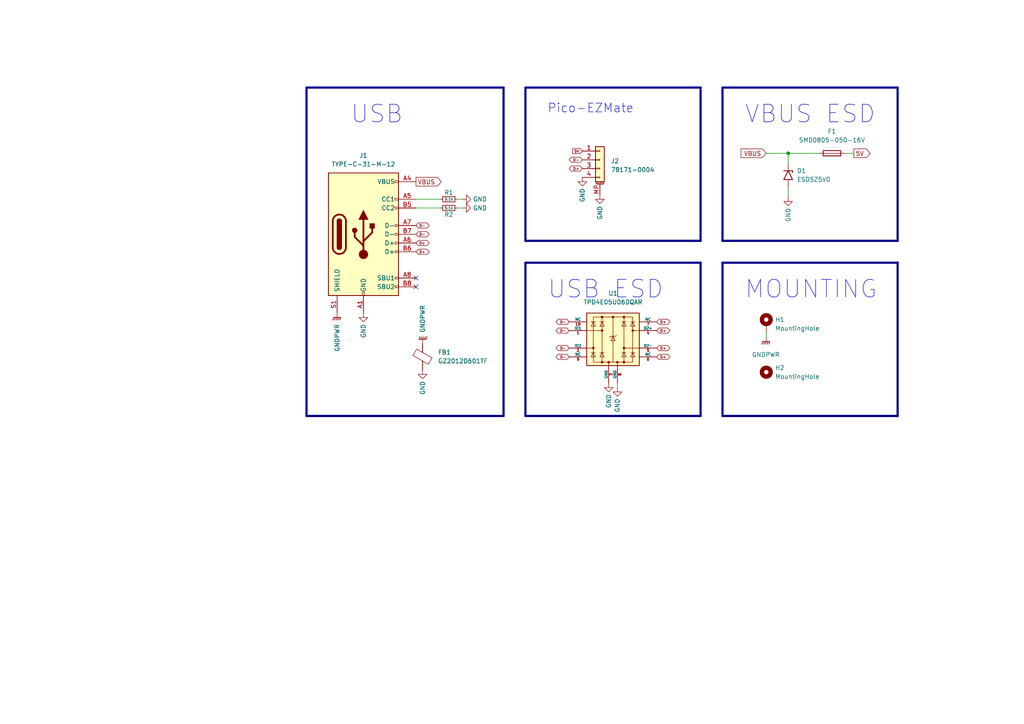
<source format=kicad_sch>
(kicad_sch (version 20231120) (generator "eeschema") (generator_version "8.0")
  (paper "A4")
  (title_block (title "Unified Daughterboard UDB-S1") (date "2022-09-16") (rev "V1.0.0"))
  (lib_symbols
    (symbol "Connector:USB_C_Receptacle_USB2.0" (pin_names (offset 1.016))
      (property "Reference" "J" (at -10.16 19.05 0))
      (property "Value" "USB_C_Receptacle_USB2.0" (at 19.05 19.05 0))
      (symbol "USB_C_Receptacle_USB2.0_0_0"
        (rectangle (start -0.254 -17.78) (end 0.254 -16.764))
        (rectangle (start 10.16 -14.986) (end 9.144 -15.494))
        (rectangle (start 10.16 -12.446) (end 9.144 -12.954))
        (rectangle (start 10.16 -4.826) (end 9.144 -5.334))
        (rectangle (start 10.16 -2.286) (end 9.144 -2.794))
        (rectangle (start 10.16 0.254) (end 9.144 -0.254))
        (rectangle (start 10.16 2.794) (end 9.144 2.286))
        (rectangle (start 10.16 7.874) (end 9.144 7.366))
        (rectangle (start 10.16 10.414) (end 9.144 9.906))
        (rectangle (start 10.16 15.494) (end 9.144 14.986))
      )
      (symbol "USB_C_Receptacle_USB2.0_0_1"
        (rectangle (start -10.16 17.78) (end 10.16 -17.78) (stroke (width 0.254)) (fill (type background)))
        (arc (start -8.89 -3.81) (mid -6.985 -5.7066) (end -5.08 -3.81) (stroke (width 0.508)))
        (arc (start -7.62 -3.81) (mid -6.985 -4.4422) (end -6.35 -3.81) (stroke (width 0.254)))
        (arc (start -7.62 -3.81) (mid -6.985 -4.4422) (end -6.35 -3.81) (stroke (width 0.254)) (fill (type outline)))
        (rectangle (start -7.62 -3.81) (end -6.35 3.81) (stroke (width 0.254)) (fill (type outline)))
        (arc (start -6.35 3.81) (mid -6.985 4.4422) (end -7.62 3.81) (stroke (width 0.254)))
        (arc (start -6.35 3.81) (mid -6.985 4.4422) (end -7.62 3.81) (stroke (width 0.254)) (fill (type outline)))
        (arc (start -5.08 3.81) (mid -6.985 5.7066) (end -8.89 3.81) (stroke (width 0.508)))
        (circle (center -2.54 1.143) (radius 0.635) (stroke (width 0.254)) (fill (type outline)))
        (circle (center 0 -5.842) (radius 1.27) (fill (type outline)))
        (polyline (pts (xy -8.89 -3.81) (xy -8.89 3.81)) (stroke (width 0.508)))
        (polyline (pts (xy -5.08 3.81) (xy -5.08 -3.81)) (stroke (width 0.508)))
        (polyline (pts (xy 0 -5.842) (xy 0 4.318)) (stroke (width 0.508)))
        (polyline (pts (xy 0 -3.302) (xy -2.54 -0.762) (xy -2.54 0.508)) (stroke (width 0.508)))
        (polyline (pts (xy 0 -2.032) (xy 2.54 0.508) (xy 2.54 1.778)) (stroke (width 0.508)))
        (polyline (pts (xy -1.27 4.318) (xy 0 6.858) (xy 1.27 4.318) (xy -1.27 4.318)) (stroke (width 0.254)) (fill (type outline)))
        (rectangle (start 1.905 1.778) (end 3.175 3.048) (stroke (width 0.254)) (fill (type outline)))
      )
      (symbol "USB_C_Receptacle_USB2.0_1_1"
        (pin passive line (at 0 -22.86 90) (length 5.08) (name "GND") (number "A1"))
        (pin passive line (at 0 -22.86 90) (length 5.08) hide (name "GND") (number "A12"))
        (pin passive line (at 15.24 15.24 180) (length 5.08) (name "VBUS") (number "A4"))
        (pin bidirectional line (at 15.24 10.16 180) (length 5.08) (name "CC1") (number "A5"))
        (pin bidirectional line (at 15.24 -2.54 180) (length 5.08) (name "D+") (number "A6"))
        (pin bidirectional line (at 15.24 2.54 180) (length 5.08) (name "D-") (number "A7"))
        (pin bidirectional line (at 15.24 -12.7 180) (length 5.08) (name "SBU1") (number "A8"))
        (pin passive line (at 15.24 15.24 180) (length 5.08) hide (name "VBUS") (number "A9"))
        (pin passive line (at 0 -22.86 90) (length 5.08) hide (name "GND") (number "B1"))
        (pin passive line (at 0 -22.86 90) (length 5.08) hide (name "GND") (number "B12"))
        (pin passive line (at 15.24 15.24 180) (length 5.08) hide (name "VBUS") (number "B4"))
        (pin bidirectional line (at 15.24 7.62 180) (length 5.08) (name "CC2") (number "B5"))
        (pin bidirectional line (at 15.24 -5.08 180) (length 5.08) (name "D+") (number "B6"))
        (pin bidirectional line (at 15.24 0 180) (length 5.08) (name "D-") (number "B7"))
        (pin bidirectional line (at 15.24 -15.24 180) (length 5.08) (name "SBU2") (number "B8"))
        (pin passive line (at 15.24 15.24 180) (length 5.08) hide (name "VBUS") (number "B9"))
        (pin passive line (at -7.62 -22.86 90) (length 5.08) (name "SHIELD") (number "S1"))
      )
    )
    (symbol "Connector_Generic_MountingPin:Conn_01x04_MountingPin" (pin_names (offset 1.016) hide)
      (property "Reference" "J" (at 0 5.08 0))
      (property "Value" "Conn_01x04_MountingPin" (at 1.27 -7.62 0))
      (symbol "Conn_01x04_MountingPin_1_1"
        (rectangle (start -1.27 -4.953) (end 0 -5.207) (stroke (width 0.1524)))
        (rectangle (start -1.27 -2.413) (end 0 -2.667) (stroke (width 0.1524)))
        (rectangle (start -1.27 0.127) (end 0 -0.127) (stroke (width 0.1524)))
        (rectangle (start -1.27 2.667) (end 0 2.413) (stroke (width 0.1524)))
        (rectangle (start -1.27 3.81) (end 1.27 -6.35) (stroke (width 0.254)) (fill (type background)))
        (polyline (pts (xy -1.016 -7.112) (xy 1.016 -7.112)) (stroke (width 0.1524)))
        (text "Mounting" (at 0 -6.731 0) (effects (font (size 0.381 0.381))))
        (pin passive line (at -5.08 2.54 0) (length 3.81) (name "Pin_1") (number "1"))
        (pin passive line (at -5.08 0 0) (length 3.81) (name "Pin_2") (number "2"))
        (pin passive line (at -5.08 -2.54 0) (length 3.81) (name "Pin_3") (number "3"))
        (pin passive line (at -5.08 -5.08 0) (length 3.81) (name "Pin_4") (number "4"))
        (pin passive line (at 0 -10.16 90) (length 3.048) (name "MountPin") (number "MP"))
      )
    )
    (symbol "Device:FerriteBead" (pin_numbers hide) (pin_names (offset 0))
      (property "Reference" "FB" (at -3.81 0.635 90))
      (property "Value" "FerriteBead" (at 3.81 0 90))
      (symbol "FerriteBead_0_1"
        (polyline (pts (xy 0 -1.27) (xy 0 -1.2192)))
        (polyline (pts (xy 0 1.27) (xy 0 1.2954)))
        (polyline (pts (xy -2.7686 0.4064) (xy -1.7018 2.2606) (xy 2.7686 -0.3048) (xy 1.6764 -2.159) (xy -2.7686 0.4064)))
      )
      (symbol "FerriteBead_1_1"
        (pin passive line (at 0 3.81 270) (length 2.54) (name "~") (number "1"))
        (pin passive line (at 0 -3.81 90) (length 2.54) (name "~") (number "2"))
      )
    )
    (symbol "Device:Fuse" (pin_numbers hide) (pin_names (offset 0))
      (property "Reference" "F" (at 2.032 0 90))
      (property "Value" "Fuse" (at -1.905 0 90))
      (symbol "Fuse_0_1"
        (rectangle (start -0.762 -2.54) (end 0.762 2.54) (stroke (width 0.254)))
        (polyline (pts (xy 0 2.54) (xy 0 -2.54)))
      )
      (symbol "Fuse_1_1"
        (pin passive line (at 0 3.81 270) (length 1.27) (name "~") (number "1"))
        (pin passive line (at 0 -3.81 90) (length 1.27) (name "~") (number "2"))
      )
    )
    (symbol "Device:R_Small" (pin_numbers hide) (pin_names (offset 0.254) hide)
      (property "Reference" "R" (at 0.762 0.508 0))
      (property "Value" "R_Small" (at 0.762 -1.016 0))
      (symbol "R_Small_0_1"
        (rectangle (start -0.762 1.778) (end 0.762 -1.778) (stroke (width 0.2032)))
      )
      (symbol "R_Small_1_1"
        (pin passive line (at 0 2.54 270) (length 0.762) (name "~") (number "1"))
        (pin passive line (at 0 -2.54 90) (length 0.762) (name "~") (number "2"))
      )
    )
    (symbol "Diode:SMF6V0A" (pin_numbers hide) (pin_names (offset 1.016) hide)
      (property "Reference" "D" (at 0 2.54 0))
      (property "Value" "SMF6V0A" (at 0 -2.54 0))
      (symbol "SMF6V0A_0_1"
        (polyline (pts (xy -0.762 1.27) (xy -1.27 1.27) (xy -1.27 -1.27)) (stroke (width 0.254)))
        (polyline (pts (xy 1.27 1.27) (xy 1.27 -1.27) (xy -1.27 0) (xy 1.27 1.27)) (stroke (width 0.254)))
      )
      (symbol "SMF6V0A_1_1"
        (pin passive line (at -3.81 0 0) (length 2.54) (name "A1") (number "1"))
        (pin passive line (at 3.81 0 180) (length 2.54) (name "A2") (number "2"))
      )
    )
    (symbol "Mechanical:MountingHole" (pin_names (offset 1.016))
      (property "Reference" "H" (at 0 5.08 0))
      (property "Value" "MountingHole" (at 0 3.175 0))
      (symbol "MountingHole_0_1"
        (circle (center 0 0) (radius 1.27) (stroke (width 1.27)))
      )
    )
    (symbol "Mechanical:MountingHole_Pad" (pin_numbers hide) (pin_names (offset 1.016) hide)
      (property "Reference" "H1" (at 2.54 1.2701 0))
      (property "Value" "MountingHole" (at 2.54 -1.2699 0))
      (symbol "MountingHole_Pad_0_1"
        (circle (center 0 1.27) (radius 1.27) (stroke (width 1.27)))
      )
      (symbol "MountingHole_Pad_1_1"
        (pin input line (at 0 -2.54 90) (length 2.54) (name "1") (number "1"))
      )
    )
    (symbol "acheron_Symbols:TPD4E05U06DQAR" (pin_names (offset 0))
      (property "Reference" "U" (at 0 12.7 0))
      (property "Value" "TPD4E05U06DQAR" (at 0 10.16 0))
      (symbol "TPD4E05U06DQAR_0_0"
        (rectangle (start -5.715 6.477) (end 5.715 -6.604))
        (polyline (pts (xy -3.175 -6.604) (xy -3.175 6.477)))
        (polyline (pts (xy 0 6.477) (xy 0 -6.604)))
        (polyline (pts (xy 3.175 6.477) (xy 3.175 -6.604)))
      )
      (symbol "TPD4E05U06DQAR_0_1"
        (rectangle (start -7.62 7.62) (end 7.62 -7.62) (stroke (width 0.254)) (fill (type background)))
        (circle (center -5.715 -2.54) (radius 0.2794) (fill (type outline)))
        (circle (center -3.175 -6.604) (radius 0.2794) (fill (type outline)))
        (circle (center -3.175 2.54) (radius 0.2794) (fill (type outline)))
        (circle (center -3.175 6.477) (radius 0.2794) (fill (type outline)))
        (circle (center -1.27 -6.604) (radius 0.2794) (fill (type outline)))
        (polyline (pts (xy -7.747 2.54) (xy -3.175 2.54)))
        (polyline (pts (xy -7.62 -2.54) (xy -5.715 -2.54)))
        (polyline (pts (xy -5.08 -3.81) (xy -6.35 -3.81)))
        (polyline (pts (xy -5.08 5.08) (xy -6.35 5.08)))
        (polyline (pts (xy -2.54 -3.81) (xy -3.81 -3.81)))
        (polyline (pts (xy -2.54 5.08) (xy -3.81 5.08)))
        (polyline (pts (xy -1.27 -6.604) (xy -1.27 -7.62)))
        (polyline (pts (xy -0.635 0.889) (xy -1.016 0.635)))
        (polyline (pts (xy 0.635 0.889) (xy -0.635 0.889)))
        (polyline (pts (xy 0.635 0.889) (xy 1.016 1.143)))
        (polyline (pts (xy 3.81 -3.81) (xy 2.54 -3.81)))
        (polyline (pts (xy 3.81 5.08) (xy 2.54 5.08)))
        (polyline (pts (xy 6.35 -3.81) (xy 5.08 -3.81)))
        (polyline (pts (xy 6.35 5.08) (xy 5.08 5.08)))
        (polyline (pts (xy 7.62 -2.54) (xy 3.175 -2.54)))
        (polyline (pts (xy 7.62 2.54) (xy 5.715 2.54)))
        (polyline (pts (xy -5.08 -5.08) (xy -6.35 -5.08) (xy -5.715 -3.81) (xy -5.08 -5.08)))
        (polyline (pts (xy -5.08 3.81) (xy -6.35 3.81) (xy -5.715 5.08) (xy -5.08 3.81)))
        (polyline (pts (xy -2.54 -5.08) (xy -3.81 -5.08) (xy -3.175 -3.81) (xy -2.54 -5.08)))
        (polyline (pts (xy -2.54 3.81) (xy -3.81 3.81) (xy -3.175 5.08) (xy -2.54 3.81)))
        (polyline (pts (xy 0.635 -0.381) (xy -0.635 -0.381) (xy 0 0.889) (xy 0.635 -0.381)))
        (polyline (pts (xy 3.81 -5.08) (xy 2.54 -5.08) (xy 3.175 -3.81) (xy 3.81 -5.08)))
        (polyline (pts (xy 3.81 3.81) (xy 2.54 3.81) (xy 3.175 5.08) (xy 3.81 3.81)))
        (polyline (pts (xy 6.35 -5.08) (xy 5.08 -5.08) (xy 5.715 -3.81) (xy 6.35 -5.08)))
        (polyline (pts (xy 6.35 3.81) (xy 5.08 3.81) (xy 5.715 5.08) (xy 6.35 3.81)))
        (circle (center 0 6.477) (radius 0.2794) (fill (type outline)))
        (circle (center 3.175 -6.604) (radius 0.2794) (fill (type outline)))
        (circle (center 3.175 -2.54) (radius 0.2794) (fill (type outline)))
        (circle (center 3.175 6.477) (radius 0.2794) (fill (type outline)))
        (circle (center 5.715 2.54) (radius 0.2794) (fill (type outline)))
      )
      (symbol "TPD4E05U06DQAR_1_1"
        (polyline (pts (xy 1.27 -6.604) (xy 1.27 -7.62)))
        (circle (center 1.27 -6.604) (radius 0.2794) (fill (type outline)))
        (pin bidirectional line (at -12.7 2.54 0) (length 5.08) (name "IO1") (number "1"))
        (pin bidirectional line (at -12.7 5.08 0) (length 5.08) (name "NC") (number "10"))
        (pin bidirectional line (at -12.7 -2.54 0) (length 5.08) (name "IO2") (number "2"))
        (pin power_in line (at -1.27 -12.7 90) (length 5.08) (name "GND") (number "3"))
        (pin bidirectional line (at 12.7 2.54 180) (length 5.08) (name "D2+") (number "4"))
        (pin bidirectional line (at 12.7 -2.54 180) (length 5.08) (name "D2-") (number "5"))
        (pin bidirectional line (at 12.7 -5.08 180) (length 5.08) (name "NC") (number "6"))
        (pin bidirectional line (at 12.7 5.08 180) (length 5.08) (name "NC") (number "7"))
        (pin power_in line (at 1.27 -12.7 90) (length 5.08) (name "GND") (number "8"))
        (pin bidirectional line (at -12.7 -5.08 0) (length 5.08) (name "NC") (number "9"))
      )
    )
    (symbol "power:GND" (power) (pin_names (offset 0))
      (property "Value" "GND" (at 0 -3.81 0))
      (symbol "GND_0_1"
        (polyline (pts (xy 0 0) (xy 0 -1.27) (xy 1.27 -1.27) (xy 0 -2.54) (xy -1.27 -1.27) (xy 0 -1.27)))
      )
      (symbol "GND_1_1"
        (pin power_in line (at 0 0 270) (length 0) hide (name "GND") (number "1"))
      )
    )
    (symbol "power:GNDPWR" (power) (pin_names (offset 0))
      (property "Value" "GNDPWR" (at 0 -3.302 0))
      (symbol "GNDPWR_0_1"
        (polyline (pts (xy 0 -1.27) (xy 0 0)))
        (polyline (pts (xy -1.016 -1.27) (xy -1.27 -2.032) (xy -1.27 -2.032)) (stroke (width 0.2032)))
        (polyline (pts (xy -0.508 -1.27) (xy -0.762 -2.032) (xy -0.762 -2.032)) (stroke (width 0.2032)))
        (polyline (pts (xy 0 -1.27) (xy -0.254 -2.032) (xy -0.254 -2.032)) (stroke (width 0.2032)))
        (polyline (pts (xy 0.508 -1.27) (xy 0.254 -2.032) (xy 0.254 -2.032)) (stroke (width 0.2032)))
        (polyline (pts (xy 1.016 -1.27) (xy -1.016 -1.27) (xy -1.016 -1.27)) (stroke (width 0.2032)))
        (polyline (pts (xy 1.016 -1.27) (xy 0.762 -2.032) (xy 0.762 -2.032) (xy 0.762 -2.032)) (stroke (width 0.2032)))
      )
      (symbol "GNDPWR_1_1"
        (pin power_in line (at 0 0 270) (length 0) hide (name "GNDPWR") (number "1"))
      )
    )
  )
  (junction (at 228.6 44.45))
  (no_connect (at 120.65 83.185))
  (no_connect (at 120.65 80.645))
  (wire (pts (xy 179.07 111.125) (xy 179.07 112.395)))
  (bus (pts (xy 146.05 25.4) (xy 146.05 120.65)) (stroke (width 0.635)))
  (bus (pts (xy 260.35 69.85) (xy 209.55 69.85)) (stroke (width 0.635)))
  (bus (pts (xy 88.9 120.65) (xy 146.05 120.65)) (stroke (width 0.635)))
  (wire (pts (xy 228.6 57.15) (xy 228.6 54.61)))
  (bus (pts (xy 209.55 76.2) (xy 209.55 120.65)) (stroke (width 0.635)))
  (bus (pts (xy 203.2 25.4) (xy 203.2 69.85)) (stroke (width 0.635)))
  (bus (pts (xy 209.55 25.4) (xy 209.55 69.85)) (stroke (width 0.635)))
  (wire (pts (xy 222.25 96.52) (xy 222.25 97.79)))
  (bus (pts (xy 209.55 25.4) (xy 260.35 25.4)) (stroke (width 0.635)))
  (wire (pts (xy 120.65 57.785) (xy 127.635 57.785)))
  (wire (pts (xy 120.65 60.325) (xy 127.635 60.325)))
  (wire (pts (xy 228.6 44.45) (xy 237.49 44.45)))
  (bus (pts (xy 152.4 76.2) (xy 152.4 120.65)) (stroke (width 0.635)))
  (wire (pts (xy 228.6 46.99) (xy 228.6 44.45)))
  (bus (pts (xy 152.4 25.4) (xy 203.2 25.4)) (stroke (width 0.635)))
  (wire (pts (xy 222.25 44.45) (xy 228.6 44.45)))
  (bus (pts (xy 209.55 76.2) (xy 260.35 76.2)) (stroke (width 0.635)))
  (bus (pts (xy 88.9 25.4) (xy 146.05 25.4)) (stroke (width 0.635)))
  (bus (pts (xy 203.2 120.65) (xy 152.4 120.65)) (stroke (width 0.635)))
  (bus (pts (xy 260.35 120.65) (xy 209.55 120.65)) (stroke (width 0.635)))
  (wire (pts (xy 245.11 44.45) (xy 247.65 44.45)))
  (bus (pts (xy 260.35 25.4) (xy 260.35 69.85)) (stroke (width 0.635)))
  (wire (pts (xy 132.715 60.325) (xy 133.985 60.325)))
  (bus (pts (xy 88.9 25.4) (xy 88.9 120.65)) (stroke (width 0.635)))
  (bus (pts (xy 203.2 69.85) (xy 152.4 69.85)) (stroke (width 0.635)))
  (wire (pts (xy 132.715 57.785) (xy 133.985 57.785)))
  (bus (pts (xy 152.4 25.4) (xy 152.4 69.85)) (stroke (width 0.635)))
  (bus (pts (xy 260.35 76.2) (xy 260.35 120.65)) (stroke (width 0.635)))
  (bus (pts (xy 203.2 76.2) (xy 203.2 120.65)) (stroke (width 0.635)))
  (bus (pts (xy 152.4 76.2) (xy 203.2 76.2)) (stroke (width 0.635)))
  (text "USB ESD" (at 158.75 86.995 0) (effects (font (size 5.08 5.08)) (justify left bottom)))
  (text "VBUS ESD" (at 215.9 36.195 0) (effects (font (size 5.08 5.08)) (justify left bottom)))
  (text "USB" (at 101.6 36.195 0) (effects (font (size 5.08 5.08)) (justify left bottom)))
  (text "MOUNTING" (at 215.9 86.995 0) (effects (font (size 5.08 5.08)) (justify left bottom)))
  (text "Pico-EZMate" (at 158.75 33.02 0) (effects (font (size 2.54 2.54)) (justify left bottom)))
  (global_label "VBUS" (shape output) (at 120.65 52.705 0) (property "Intersheetrefs" "${INTERSHEET_REFS}" (effects (hide yes))))
  (global_label "D+" (shape bidirectional) (at 190.5 95.885 0) (effects (font (size 0.762 0.762))) (property "Intersheetrefs" "${INTERSHEET_REFS}" (effects (hide yes))))
  (global_label "D-" (shape bidirectional) (at 165.1 100.965 180) (effects (font (size 0.762 0.762))) (property "Intersheetrefs" "${INTERSHEET_REFS}" (effects (hide yes))))
  (global_label "D-" (shape bidirectional) (at 165.1 95.885 180) (effects (font (size 0.762 0.762))) (property "Intersheetrefs" "${INTERSHEET_REFS}" (effects (hide yes))))
  (global_label "VBUS" (shape input) (at 222.25 44.45 180) (property "Intersheetrefs" "${INTERSHEET_REFS}" (effects (hide yes))))
  (global_label "D+" (shape bidirectional) (at 168.91 48.895 180) (effects (font (size 0.762 0.762))) (property "Intersheetrefs" "${INTERSHEET_REFS}" (effects (hide yes))))
  (global_label "D-" (shape bidirectional) (at 120.65 67.945 0) (effects (font (size 0.762 0.762))) (property "Intersheetrefs" "${INTERSHEET_REFS}" (effects (hide yes))))
  (global_label "D+" (shape bidirectional) (at 190.5 103.505 0) (effects (font (size 0.762 0.762))) (property "Intersheetrefs" "${INTERSHEET_REFS}" (effects (hide yes))))
  (global_label "5V" (shape output) (at 247.65 44.45 0) (property "Intersheetrefs" "${INTERSHEET_REFS}" (effects (hide yes))))
  (global_label "5V" (shape input) (at 168.91 43.815 180) (effects (font (size 0.762 0.762))) (property "Intersheetrefs" "${INTERSHEET_REFS}" (effects (hide yes))))
  (global_label "D-" (shape bidirectional) (at 120.65 65.405 0) (effects (font (size 0.762 0.762))) (property "Intersheetrefs" "${INTERSHEET_REFS}" (effects (hide yes))))
  (global_label "D+" (shape bidirectional) (at 120.65 70.485 0) (effects (font (size 0.762 0.762))) (property "Intersheetrefs" "${INTERSHEET_REFS}" (effects (hide yes))))
  (global_label "D-" (shape bidirectional) (at 168.91 46.355 180) (effects (font (size 0.762 0.762))) (property "Intersheetrefs" "${INTERSHEET_REFS}" (effects (hide yes))))
  (global_label "D+" (shape bidirectional) (at 120.65 73.025 0) (effects (font (size 0.762 0.762))) (property "Intersheetrefs" "${INTERSHEET_REFS}" (effects (hide yes))))
  (global_label "D+" (shape bidirectional) (at 190.5 93.345 0) (effects (font (size 0.762 0.762))) (property "Intersheetrefs" "${INTERSHEET_REFS}" (effects (hide yes))))
  (global_label "D-" (shape bidirectional) (at 165.1 103.505 180) (effects (font (size 0.762 0.762))) (property "Intersheetrefs" "${INTERSHEET_REFS}" (effects (hide yes))))
  (global_label "D+" (shape bidirectional) (at 190.5 100.965 0) (effects (font (size 0.762 0.762))) (property "Intersheetrefs" "${INTERSHEET_REFS}" (effects (hide yes))))
  (global_label "D-" (shape bidirectional) (at 165.1 93.345 180) (effects (font (size 0.762 0.762))) (property "Intersheetrefs" "${INTERSHEET_REFS}" (effects (hide yes))))
  (symbol (lib_id "Device:Fuse") (at 241.3 44.45 90) (unit 1)
    (property "Reference" "F1" (at 241.3 38.1 90))
    (property "Value" "SMD0805-050-16V" (at 241.3 40.64 90))
    (property "Footprint" "Fuse:Fuse_1206_3216Metric" (effects (hide yes)))
    (property "Manufacturer" "TECHFUSE" (effects (hide yes)))
    (property "Manufacturer Part Number" "SMD0805-050-16V" (effects (hide yes)))
    (property "LCSC Part Number" "C2833485" (effects (hide yes)))
    (property "Package" "F0805" (effects (hide yes)))
  )
  (symbol (lib_id "power:GND") (at 133.985 57.785 90) (unit 1)
    (property "Reference" "#PWR02" (effects (hide yes)))
    (property "Value" "GND" (at 137.16 57.785 90) (effects (justify right)))
  )
  (symbol (lib_id "Mechanical:MountingHole") (at 222.25 107.95 0) (unit 1) (in_bom no)
    (property "Reference" "H2" (at 224.79 106.6799 0) (effects (justify left)))
    (property "Value" "MountingHole" (at 224.79 109.2199 0) (effects (justify left)))
    (property "Footprint" "MountingHole:MountingHole_2.2mm_M2_DIN965_Pad_TopOnly" (effects (hide yes)))
  )
  (symbol (lib_id "Mechanical:MountingHole_Pad") (at 222.25 93.98 0) (unit 1) (in_bom no)
    (property "Reference" "H1" (at 224.79 92.7099 0) (effects (justify left)))
    (property "Value" "MountingHole" (at 224.79 95.2499 0) (effects (justify left)))
    (property "Footprint" "MountingHole:MountingHole_2.2mm_M2_DIN965_Pad_TopBottom" (effects (hide yes)))
  )
  (symbol (lib_id "power:GND") (at 168.91 51.435 0) (unit 1)
    (property "Reference" "#PWR04" (effects (hide yes)))
    (property "Value" "GND" (at 168.91 54.61 90) (effects (justify right)))
  )
  (symbol (lib_id "Device:FerriteBead") (at 122.555 103.505 0) (unit 1)
    (property "Reference" "FB1" (at 127 102.1841 0) (effects (justify left)))
    (property "Value" "GZ2012D601TF" (at 127 104.7241 0) (effects (justify left)))
    (property "Footprint" "Inductor_SMD:L_0805_2012Metric" (effects (hide yes)))
    (property "Manufacturer" "Sunlord" (effects (hide yes)))
    (property "Manufacturer Part Number" "GZ2012D601TF" (effects (hide yes)))
    (property "LCSC Part Number" "C1017" (effects (hide yes)))
    (property "Package" "F0805" (effects (hide yes)))
  )
  (symbol (lib_id "power:GNDPWR") (at 97.79 90.805 0) (unit 1)
    (property "Reference" "#PWR09" (effects (hide yes)))
    (property "Value" "GNDPWR" (at 97.79 93.98 90) (effects (justify right)))
  )
  (symbol (lib_id "power:GND") (at 176.53 111.125 0) (unit 1)
    (property "Reference" "#PWR07" (effects (hide yes)))
    (property "Value" "GND" (at 176.53 114.3 90) (effects (justify right)))
  )
  (symbol (lib_id "Connector:USB_C_Receptacle_USB2.0") (at 105.41 67.945 0) (unit 1)
    (property "Reference" "J1" (at 105.41 45.085 0))
    (property "Value" "TYPE-C-31-M-12" (at 105.41 47.625 0))
    (property "Footprint" "locallib:HRO-TYPE-C-31-M-12-Assembly" (effects (hide yes)))
    (property "Datasheet" "https://www.usb.org/sites/default/files/documents/usb_type-c.zip" (effects (hide yes)))
    (property "Manufacturer" "Koren Hroparts" (effects (hide yes)))
    (property "Manufacturer Part Number" "TYPE-C-31-M-12" (effects (hide yes)))
    (property "LCSC Part Number" "C165948" (effects (hide yes)))
  )
  (symbol (lib_id "acheron_Symbols:TPD4E05U06DQAR") (at 177.8 98.425 0) (unit 1)
    (property "Reference" "U1" (at 177.8 85.09 0))
    (property "Value" "TPD4E05U06DQAR" (at 177.8 87.63 0))
    (property "Footprint" "acheron_Components:USON-10_2.5x1.0mm_P0.5mm" (effects (hide yes)))
    (property "Manufacturer" "MSKSEMI" (effects (hide yes)))
    (property "Package" "uSON-10" (effects (hide yes)))
    (property "Manufacturer Part Number" "TPD4E05U06DQAR" (effects (hide yes)))
    (property "LCSC Part Number" "C2836386" (effects (hide yes)))
  )
  (symbol (lib_id "power:GNDPWR") (at 122.555 99.695 180) (unit 1)
    (property "Reference" "#PWR011" (effects (hide yes)))
    (property "Value" "GNDPWR" (at 122.555 96.52 90) (effects (justify right)))
  )
  (symbol (lib_id "power:GND") (at 133.985 60.325 90) (unit 1)
    (property "Reference" "#PWR03" (effects (hide yes)))
    (property "Value" "GND" (at 137.16 60.325 90) (effects (justify right)))
  )
  (symbol (lib_id "Connector_Generic_MountingPin:Conn_01x04_MountingPin") (at 173.99 46.355 0) (unit 1)
    (property "Reference" "J2" (at 177.165 46.7105 0) (effects (justify left)))
    (property "Value" "78171-0004" (at 177.165 49.2505 0) (effects (justify left)))
    (property "Footprint" "locallib:PicoEZMate-Reinforced-Lite" (effects (hide yes)))
    (property "Manufacturer" "MOLEX" (effects (hide yes)))
    (property "Manufacturer Part Number" "78171-0004" (effects (hide yes)))
    (property "LCSC Part Number" "C588524" (effects (hide yes)))
  )
  (symbol (lib_id "power:GND") (at 105.41 90.805 0) (unit 1)
    (property "Reference" "#PWR010" (effects (hide yes)))
    (property "Value" "GND" (at 105.41 93.98 90) (effects (justify right)))
  )
  (symbol (lib_id "power:GND") (at 179.07 112.395 0) (unit 1)
    (property "Reference" "#PWR08" (effects (hide yes)))
    (property "Value" "GND" (at 179.07 115.57 90) (effects (justify right)))
  )
  (symbol (lib_id "Diode:SMF6V0A") (at 228.6 50.8 270) (unit 1)
    (property "Reference" "D1" (at 231.14 49.5299 90) (effects (justify left)))
    (property "Value" "ESD5Z5V0" (at 231.14 52.0699 90) (effects (justify left)))
    (property "Footprint" "Diode_SMD:D_SOD-523" (effects (hide yes)))
    (property "Datasheet" "https://www.vishay.com/doc?85881" (effects (hide yes)))
    (property "Manufacturer" "MDD" (effects (hide yes)))
    (property "Manufacturer Part Number" "ESD5Z5V0" (effects (hide yes)))
    (property "LCSC Part Number" "C502546" (effects (hide yes)))
    (property "Package" "SOD-523" (effects (hide yes)))
  )
  (symbol (lib_id "power:GND") (at 173.99 56.515 0) (unit 1)
    (property "Reference" "#PWR06" (effects (hide yes)))
    (property "Value" "GND" (at 173.99 59.69 90) (effects (justify right)))
  )
  (symbol (lib_id "power:GNDPWR") (at 222.25 97.79 0) (unit 1)
    (property "Reference" "#PWR01" (effects (hide yes)))
    (property "Value" "GNDPWR" (at 222.123 102.87 0))
  )
  (symbol (lib_id "Device:R_Small") (at 130.175 57.785 270) (unit 1)
    (property "Reference" "R1" (at 130.175 55.88 90))
    (property "Value" "5.1k" (at 130.175 57.785 90) (effects (font (size 0.762 0.762))))
    (property "Footprint" "Resistor_SMD:R_0402_1005Metric" (effects (hide yes)))
  )
  (symbol (lib_id "power:GND") (at 228.6 57.15 0) (unit 1)
    (property "Reference" "#PWR05" (effects (hide yes)))
    (property "Value" "GND" (at 228.6 60.325 90) (effects (justify right)))
  )
  (symbol (lib_id "power:GND") (at 122.555 107.315 0) (unit 1)
    (property "Reference" "#PWR012" (effects (hide yes)))
    (property "Value" "GND" (at 122.555 110.49 90) (effects (justify right)))
  )
  (symbol (lib_id "Device:R_Small") (at 130.175 60.325 90) (unit 1)
    (property "Reference" "R2" (at 130.175 62.23 90))
    (property "Value" "5.1k" (at 130.175 60.325 90) (effects (font (size 0.762 0.762))))
    (property "Footprint" "Resistor_SMD:R_0402_1005Metric" (effects (hide yes)))
  )
)
</source>
